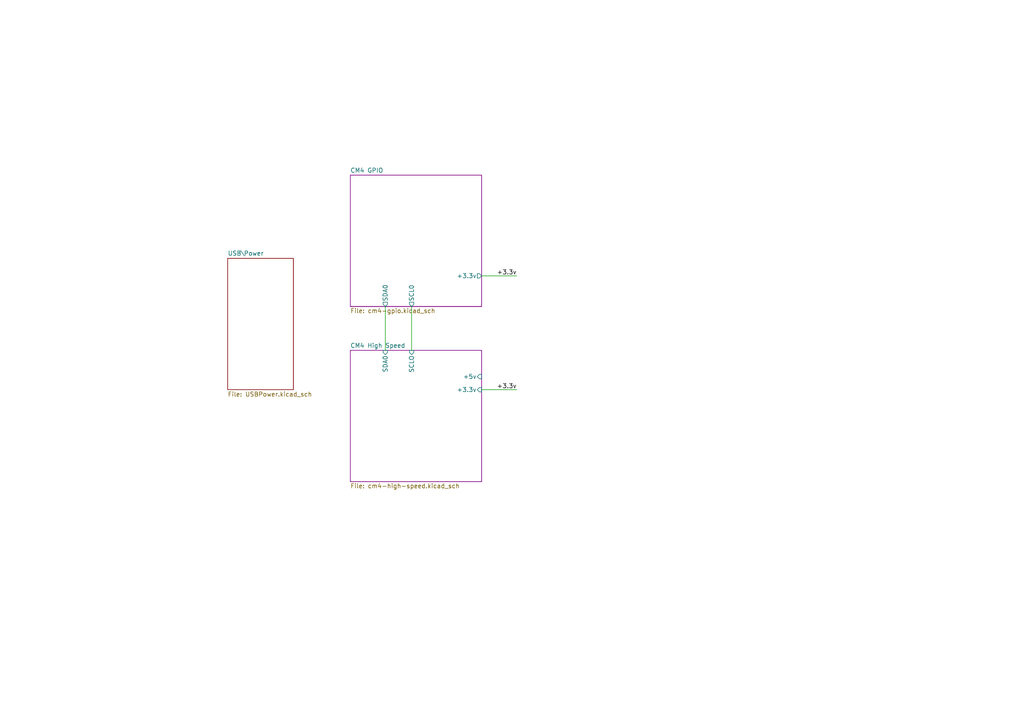
<source format=kicad_sch>
(kicad_sch (version 20230121) (generator eeschema)
  (paper "A4")
  (title_block (title "base") (date "2024-07-13") (rev "v01") (comment 2 "creativecommons.org/licenses/by-sa/4.0/") (comment 3 "License: CC BY 4.0") (comment 4 "Author: Lucas Gomes "))
  (lib_symbols)
  (wire (pts (xy 139.7 80.01) (xy 149.86 80.01)))
  (wire (pts (xy 111.76 88.9) (xy 111.76 101.6)))
  (wire (pts (xy 119.38 88.9) (xy 119.38 101.6)))
  (wire (pts (xy 139.7 113.03) (xy 149.86 113.03)))
  (label "+3.3v" (at 149.86 113.03 180))
  (label "+3.3v" (at 149.86 80.01 180))
  (sheet (at 101.6 101.6) (size 38.1 38.1) (stroke (width 0) (color 132 0 132 1)) (fill (color 255 255 255 0.0000))
    (property "Sheetname" "CM4 High Speed" (at 101.6 100.9645 0) (effects (justify left bottom)))
    (property "Sheetfile" "cm4-high-speed.kicad_sch" (at 101.6 140.2085 0) (effects (justify left top)))
    (pin "+5v" input (at 139.7 109.22 0))
    (pin "SCLO" input (at 119.38 101.6 90))
    (pin "SDA0" input (at 111.76 101.6 90))
    (pin "+3.3v" input (at 139.7 113.03 0))
  )
  (sheet (at 66.04 74.93) (size 19.05 38.1) (stroke (width 0.1524))
    (property "Sheetname" "USB\\Power" (at 66.04 74.2184 0) (effects (justify left bottom)))
    (property "Sheetfile" "USBPower.kicad_sch" (at 66.04 113.6146 0) (effects (justify left top)))
  )
  (sheet (at 101.6 50.8) (size 38.1 38.1) (stroke (width 0) (color 132 0 132 1)) (fill (color 255 255 255 0.0000))
    (property "Sheetname" "CM4 GPIO" (at 101.6 50.1645 0) (effects (justify left bottom)))
    (property "Sheetfile" "cm4-gpio.kicad_sch" (at 101.6 89.4085 0) (effects (justify left top)))
    (pin "SDA0" output (at 111.76 88.9 270))
    (pin "SCL0" output (at 119.38 88.9 270))
    (pin "+3.3v" output (at 139.7 80.01 0))
  )
)
</source>
